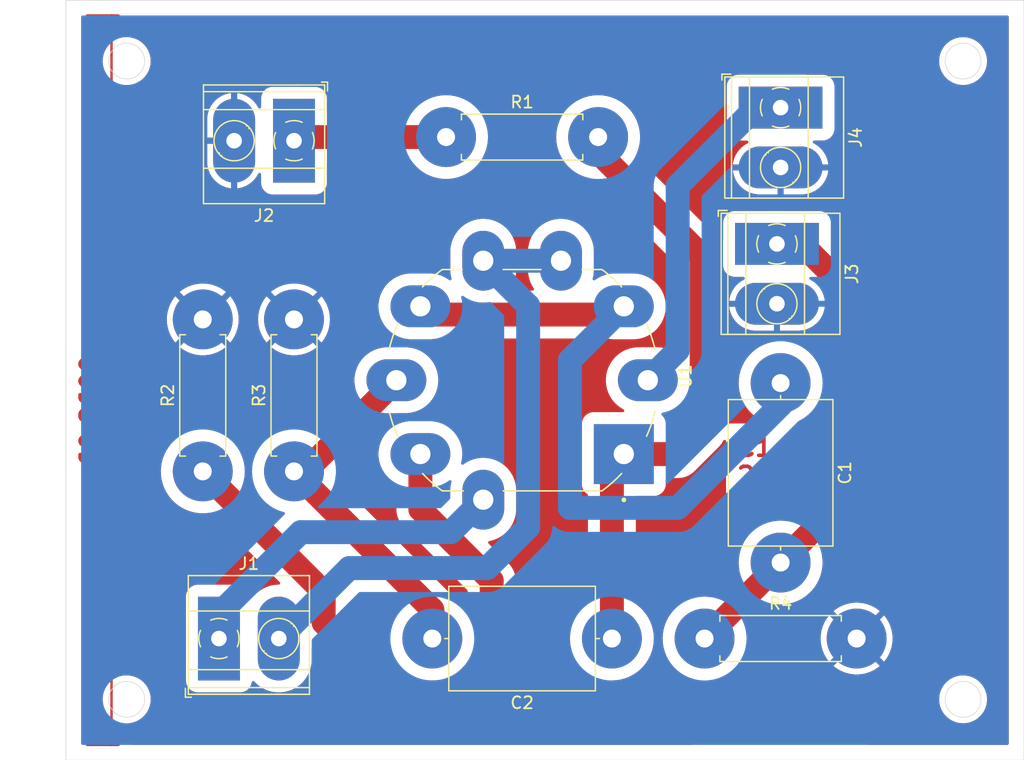
<source format=kicad_pcb>
(kicad_pcb (version 20240108) (generator "pcbnew") (generator_version "8.0")
  (layers (0 "F.Cu" signal) (31 "B.Cu" signal) (34 "B.Paste" user) (35 "F.Paste" user) (36 "B.SilkS" user "B.Silkscreen") (37 "F.SilkS" user "F.Silkscreen") (38 "B.Mask" user) (39 "F.Mask" user) (44 "Edge.Cuts" user))
  (net 0 "")
  (net 1 "Net-(J3-Pin_1)")
  (net 2 "Net-(U1A-A)")
  (net 3 "Net-(U1B-A)")
  (net 4 "Net-(U1A-G)")
  (net 5 "Net-(J1-Pin_1)")
  (net 6 "Net-(J1-Pin_2)")
  (net 7 "Net-(J2-Pin_1)")
  (net 8 "GND")
  (net 9 "Net-(J4-Pin_1)")
  (net 10 "Net-(U1A-K)")
  (footprint "OL Library:TerminalBlock_Phoenix_MKDS-1,5-2_1x02_P5.00mm_Horizontal Fat Pad" (layer "F.Cu") (at 101.68 104.14)
    (property "Reference" "J1" (at 2.5 -6.26 0) (layer "F.SilkS"))
    (property "Value" "Heater Supply")
    (fp_line (start -2.8 4.16) (end -2.8 4.9) (stroke (width 0.12)) (layer "F.SilkS"))
    (fp_line (start -2.8 4.9) (end -2.3 4.9) (stroke (width 0.12)) (layer "F.SilkS"))
    (fp_line (start -2.56 -5.261) (end -2.56 4.66) (stroke (width 0.12)) (layer "F.SilkS"))
    (fp_line (start -2.56 -5.261) (end 7.56 -5.261) (stroke (width 0.12)) (layer "F.SilkS"))
    (fp_line (start -2.56 -2.301) (end 7.56 -2.301) (stroke (width 0.12)) (layer "F.SilkS"))
    (fp_line (start -2.56 2.6) (end 7.56 2.6) (stroke (width 0.12)) (layer "F.SilkS"))
    (fp_line (start -2.56 4.1) (end 7.56 4.1) (stroke (width 0.12)) (layer "F.SilkS"))
    (fp_line (start -2.56 4.66) (end 7.56 4.66) (stroke (width 0.12)) (layer "F.SilkS"))
    (fp_line (start 3.773 1.023) (end 3.726 1.069) (stroke (width 0.12)) (layer "F.SilkS"))
    (fp_line (start 3.966 1.239) (end 3.931 1.274) (stroke (width 0.12)) (layer "F.SilkS"))
    (fp_line (start 6.07 -1.275) (end 6.035 -1.239) (stroke (width 0.12)) (layer "F.SilkS"))
    (fp_line (start 6.275 -1.069) (end 6.228 -1.023) (stroke (width 0.12)) (layer "F.SilkS"))
    (fp_line (start 7.56 -5.261) (end 7.56 4.66) (stroke (width 0.12)) (layer "F.SilkS"))
    (fp_arc (start -1.535427 0.683042) (mid -1.680501 -0.000524) (end -1.535 -0.684) (stroke (width 0.12)) (layer "F.SilkS"))
    (fp_arc (start -0.683042 -1.535427) (mid 0.000524 -1.680501) (end 0.684 -1.535) (stroke (width 0.12)) (layer "F.SilkS"))
    (fp_arc (start 0.028805 1.680253) (mid -0.335551 1.646659) (end -0.684 1.535) (stroke (width 0.12)) (layer "F.SilkS"))
    (fp_arc (start 0.683318 1.534756) (mid 0.349292 1.643288) (end 0 1.68) (stroke (width 0.12)) (layer "F.SilkS"))
    (fp_arc (start 1.535427 -0.683042) (mid 1.680501 0.000524) (end 1.535 0.684) (stroke (width 0.12)) (layer "F.SilkS"))
    (fp_circle (center 5 0) (end 6.68 0) (stroke (width 0.12)) (fill none) (layer "F.SilkS"))
    (pad "1" thru_hole rect (at 0 0) (size 3.5 7) (drill 1.3) (layers "*.Cu" "*.Mask") (net 5 "Net-(J1-Pin_1)"))
    (pad "2" thru_hole oval (at 5 0) (size 3.5 7) (drill 1.3) (layers "*.Cu" "*.Mask") (net 6 "Net-(J1-Pin_2)"))
  )
  (footprint "OL Library:TerminalBlock_Phoenix_MKDS-1,5-2_1x02_P5.00mm_Horizontal Fat Pad" (layer "F.Cu") (at 107.95 62.535 180)
    (property "Reference" "J2" (at 2.5 -6.26 0) (layer "F.SilkS"))
    (property "Value" "B+")
    (fp_line (start 7.56 -5.261) (end 7.56 4.66) (stroke (width 0.12)) (layer "F.SilkS"))
    (fp_line (start 6.275 -1.069) (end 6.228 -1.023) (stroke (width 0.12)) (layer "F.SilkS"))
    (fp_line (start 6.07 -1.275) (end 6.035 -1.239) (stroke (width 0.12)) (layer "F.SilkS"))
    (fp_line (start 3.966 1.239) (end 3.931 1.274) (stroke (width 0.12)) (layer "F.SilkS"))
    (fp_line (start 3.773 1.023) (end 3.726 1.069) (stroke (width 0.12)) (layer "F.SilkS"))
    (fp_line (start -2.56 4.66) (end 7.56 4.66) (stroke (width 0.12)) (layer "F.SilkS"))
    (fp_line (start -2.56 4.1) (end 7.56 4.1) (stroke (width 0.12)) (layer "F.SilkS"))
    (fp_line (start -2.56 2.6) (end 7.56 2.6) (stroke (width 0.12)) (layer "F.SilkS"))
    (fp_line (start -2.56 -2.301) (end 7.56 -2.301) (stroke (width 0.12)) (layer "F.SilkS"))
    (fp_line (start -2.56 -5.261) (end 7.56 -5.261) (stroke (width 0.12)) (layer "F.SilkS"))
    (fp_line (start -2.56 -5.261) (end -2.56 4.66) (stroke (width 0.12)) (layer "F.SilkS"))
    (fp_line (start -2.8 4.9) (end -2.3 4.9) (stroke (width 0.12)) (layer "F.SilkS"))
    (fp_line (start -2.8 4.16) (end -2.8 4.9) (stroke (width 0.12)) (layer "F.SilkS"))
    (fp_arc (start 1.535427 -0.683042) (mid 1.680501 0.000524) (end 1.535 0.684) (stroke (width 0.12)) (layer "F.SilkS"))
    (fp_arc (start 0.683318 1.534756) (mid 0.349292 1.643288) (end 0 1.68) (stroke (width 0.12)) (layer "F.SilkS"))
    (fp_arc (start 0.028805 1.680253) (mid -0.335551 1.646659) (end -0.684 1.535) (stroke (width 0.12)) (layer "F.SilkS"))
    (fp_arc (start -0.683042 -1.535427) (mid 0.000524 -1.680501) (end 0.684 -1.535) (stroke (width 0.12)) (layer "F.SilkS"))
    (fp_arc (start -1.535427 0.683042) (mid -1.680501 -0.000524) (end -1.535 -0.684) (stroke (width 0.12)) (layer "F.SilkS"))
    (fp_circle (center 5 0) (end 6.68 0) (stroke (width 0.12)) (fill none) (layer "F.SilkS"))
    (pad "1" thru_hole rect (at 0 0 180) (size 3.5 7) (drill 1.3) (layers "*.Cu" "*.Mask") (net 7 "Net-(J2-Pin_1)"))
    (pad "2" thru_hole oval (at 5 0 180) (size 3.5 7) (drill 1.3) (layers "*.Cu" "*.Mask") (net 8 "GND"))
  )
  (footprint "OL Library:R_Axial_DIN0411_L9.9mm_D3.6mm_P12.70mm_Horizontal Fat Pad" (layer "F.Cu") (at 100.33 90.17 90)
    (property "Reference" "R2" (at 6.35 -2.92 90) (layer "F.SilkS"))
    (property "Value" "499R H")
    (fp_line (start 11.42 -1.92) (end 11.42 -1.44) (stroke (width 0.12)) (layer "F.SilkS"))
    (fp_line (start 1.28 -1.92) (end 11.42 -1.92) (stroke (width 0.12)) (layer "F.SilkS"))
    (fp_line (start 1.28 -1.44) (end 1.28 -1.92) (stroke (width 0.12)) (layer "F.SilkS"))
    (fp_line (start 1.28 1.44) (end 1.28 1.92) (stroke (width 0.12)) (layer "F.SilkS"))
    (fp_line (start 11.42 1.92) (end 11.42 1.44) (stroke (width 0.12)) (layer "F.SilkS"))
    (fp_line (start 1.28 1.92) (end 11.42 1.92) (stroke (width 0.12)) (layer "F.SilkS"))
    (pad "1" thru_hole circle (at 0 0 90) (size 5 5) (drill 1.5) (layers "*.Cu" "*.Mask") (net 10 "Net-(U1A-K)"))
    (pad "2" thru_hole circle (at 12.7 0 90) (size 5 5) (drill 1.5) (layers "*.Cu" "*.Mask") (net 8 "GND"))
  )
  (footprint "OL Library:BELTON_VT9-PT Fat Pad" (layer "F.Cu") (at 127 82.55 -90)
    (property "Reference" "U1" (at -0.325 -13.635 90) (layer "F.SilkS"))
    (property "Value" "ECC83")
    (fp_line (start -9.25 6.665) (end -9.25 5) (stroke (width 0.127)) (layer "F.SilkS"))
    (fp_line (start 9.25 6.665) (end 9.25 4.9146) (stroke (width 0.127)) (layer "F.SilkS"))
    (fp_line (start 9.25 1.5746) (end 9.25 -6.665) (stroke (width 0.127)) (layer "F.SilkS"))
    (fp_line (start -9.25 -1.58) (end -9.25 1.58) (stroke (width 0.127)) (layer "F.SilkS"))
    (fp_line (start -9.25 -6.665) (end -9.25 -5) (stroke (width 0.127)) (layer "F.SilkS"))
    (fp_arc (start -2.6 11.0967) (mid -3.655917 10.796812) (end -4.67823 10.3971) (stroke (width 0.127)) (layer "F.SilkS"))
    (fp_arc (start 4.67823 10.3971) (mid 3.655916 10.79681) (end 2.6 11.0967) (stroke (width 0.127)) (layer "F.SilkS"))
    (fp_arc (start -7.8 8.31) (mid -8.564507 7.522324) (end -9.25 6.665) (stroke (width 0.127)) (layer "F.SilkS"))
    (fp_arc (start 9.25 6.665) (mid 8.564507 7.522324) (end 7.8 8.31) (stroke (width 0.127)) (layer "F.SilkS"))
    (fp_arc (start -9.25 -6.665) (mid -8.564506 -7.522323) (end -7.8 -8.31) (stroke (width 0.127)) (layer "F.SilkS"))
    (fp_arc (start 7.8 -8.31) (mid 8.564508 -7.522324) (end 9.25 -6.665) (stroke (width 0.127)) (layer "F.SilkS"))
    (fp_arc (start -4.67823 -10.3971) (mid -3.655917 -10.796812) (end -2.6 -11.0967) (stroke (width 0.127)) (layer "F.SilkS"))
    (fp_arc (start 2.6 -11.0967) (mid 3.655918 -10.796815) (end 4.67823 -10.3971) (stroke (width 0.127)) (layer "F.SilkS"))
    (fp_circle (center 10 -8.5) (end 10.1 -8.5) (stroke (width 0.2)) (fill none) (layer "F.SilkS"))
    (pad "1" thru_hole rect (at 6.1717 -8.4946 270) (size 5 5) (drill 1.69) (layers "*.Cu" "*.Mask") (net 3 "Net-(U1B-A)"))
    (pad "2" thru_hole oval (at 0 -10.5 270) (size 3.5 5) (drill 1.69) (layers "*.Cu" "*.Mask") (net 9 "Net-(J4-Pin_1)"))
    (pad "3" thru_hole oval (at -6.1717 -8.4946 270) (size 3.5 5) (drill 1.69) (layers "*.Cu" "*.Mask") (net 2 "Net-(U1A-A)"))
    (pad "4" thru_hole oval (at -9.986 -3.2446 270) (size 5 3.5) (drill 1.69) (layers "*.Cu" "*.Mask") (net 6 "Net-(J1-Pin_2)"))
    (pad "5" thru_hole oval (at -9.986 3.2446 270) (size 5 3.5) (drill 1.69) (layers "*.Cu" "*.Mask") (net 6 "Net-(J1-Pin_2)"))
    (pad "6" thru_hole oval (at -6.1717 8.4946 270) (size 3.5 5) (drill 1.69) (layers "*.Cu" "*.Mask") (net 2 "Net-(U1A-A)"))
    (pad "7" thru_hole oval (at 0 10.5 270) (size 3.5 5) (drill 1.69) (layers "*.Cu" "*.Mask") (net 4 "Net-(U1A-G)"))
    (pad "8" thru_hole oval (at 6.1717 8.4946 270) (size 3.5 5) (drill 1.69) (layers "*.Cu" "*.Mask") (net 10 "Net-(U1A-K)"))
    (pad "9" thru_hole oval (at 9.986 3.2446 270) (size 5 3.5) (drill 1.69) (layers "*.Cu" "*.Mask") (net 5 "Net-(J1-Pin_1)"))
  )
  (footprint "OL Library:TerminalBlock_Phoenix_MKDS-1,5-2_1x02_P5.00mm_Horizontal Fat Pad" (layer "F.Cu") (at 148.59 59.77 -90)
    (property "Reference" "J4" (at 2.5 -6.26 90) (layer "F.SilkS"))
    (property "Value" "VIN")
    (fp_line (start -2.8 4.9) (end -2.3 4.9) (stroke (width 0.12)) (layer "F.SilkS"))
    (fp_line (start -2.56 4.66) (end 7.56 4.66) (stroke (width 0.12)) (layer "F.SilkS"))
    (fp_line (start -2.8 4.16) (end -2.8 4.9) (stroke (width 0.12)) (layer "F.SilkS"))
    (fp_line (start -2.56 4.1) (end 7.56 4.1) (stroke (width 0.12)) (layer "F.SilkS"))
    (fp_line (start -2.56 2.6) (end 7.56 2.6) (stroke (width 0.12)) (layer "F.SilkS"))
    (fp_line (start 3.966 1.239) (end 3.931 1.274) (stroke (width 0.12)) (layer "F.SilkS"))
    (fp_line (start 3.773 1.023) (end 3.726 1.069) (stroke (width 0.12)) (layer "F.SilkS"))
    (fp_line (start 6.275 -1.069) (end 6.228 -1.023) (stroke (width 0.12)) (layer "F.SilkS"))
    (fp_line (start 6.07 -1.275) (end 6.035 -1.239) (stroke (width 0.12)) (layer "F.SilkS"))
    (fp_line (start -2.56 -2.301) (end 7.56 -2.301) (stroke (width 0.12)) (layer "F.SilkS"))
    (fp_line (start -2.56 -5.261) (end -2.56 4.66) (stroke (width 0.12)) (layer "F.SilkS"))
    (fp_line (start -2.56 -5.261) (end 7.56 -5.261) (stroke (width 0.12)) (layer "F.SilkS"))
    (fp_line (start 7.56 -5.261) (end 7.56 4.66) (stroke (width 0.12)) (layer "F.SilkS"))
    (fp_arc (start 0.028805 1.680253) (mid -0.335551 1.646659) (end -0.684 1.535) (stroke (width 0.12)) (layer "F.SilkS"))
    (fp_arc (start 0.683318 1.534756) (mid 0.349292 1.643288) (end 0 1.68) (stroke (width 0.12)) (layer "F.SilkS"))
    (fp_arc (start -1.535427 0.683042) (mid -1.680501 -0.000524) (end -1.535 -0.684) (stroke (width 0.12)) (layer "F.SilkS"))
    (fp_arc (start 1.535427 -0.683042) (mid 1.680501 0.000524) (end 1.535 0.684) (stroke (width 0.12)) (layer "F.SilkS"))
    (fp_arc (start -0.683042 -1.535427) (mid 0.000524 -1.680501) (end 0.684 -1.535) (stroke (width 0.12)) (layer "F.SilkS"))
    (fp_circle (center 5 0) (end 6.68 0) (stroke (width 0.12)) (fill none) (layer "F.SilkS"))
    (pad "1" thru_hole rect (at 0 0 270) (size 3.5 7) (drill 1.3) (layers "*.Cu" "*.Mask") (net 9 "Net-(J4-Pin_1)"))
    (pad "2" thru_hole oval (at 5 0 270) (size 3.5 7) (drill 1.3) (layers "*.Cu" "*.Mask") (net 8 "GND"))
  )
  (footprint "OL Library:TerminalBlock_Phoenix_MKDS-1,5-2_1x02_P5.00mm_Horizontal Fat Pad" (layer "F.Cu") (at 148.285 71.16 -90)
    (property "Reference" "J3" (at 2.5 -6.26 90) (layer "F.SilkS"))
    (property "Value" "VOUT")
    (fp_line (start -2.8 4.9) (end -2.3 4.9) (stroke (width 0.12)) (layer "F.SilkS"))
    (fp_line (start -2.56 4.66) (end 7.56 4.66) (stroke (width 0.12)) (layer "F.SilkS"))
    (fp_line (start -2.8 4.16) (end -2.8 4.9) (stroke (width 0.12)) (layer "F.SilkS"))
    (fp_line (start -2.56 4.1) (end 7.56 4.1) (stroke (width 0.12)) (layer "F.SilkS"))
    (fp_line (start -2.56 2.6) (end 7.56 2.6) (stroke (width 0.12)) (layer "F.SilkS"))
    (fp_line (start 3.966 1.239) (end 3.931 1.274) (stroke (width 0.12)) (layer "F.SilkS"))
    (fp_line (start 3.773 1.023) (end 3.726 1.069) (stroke (width 0.12)) (layer "F.SilkS"))
    (fp_line (start 6.275 -1.069) (end 6.228 -1.023) (stroke (width 0.12)) (layer "F.SilkS"))
    (fp_line (start 6.07 -1.275) (end 6.035 -1.239) (stroke (width 0.12)) (layer "F.SilkS"))
    (fp_line (start -2.56 -2.301) (end 7.56 -2.301) (stroke (width 0.12)) (layer "F.SilkS"))
    (fp_line (start -2.56 -5.261) (end -2.56 4.66) (stroke (width 0.12)) (layer "F.SilkS"))
    (fp_line (start -2.56 -5.261) (end 7.56 -5.261) (stroke (width 0.12)) (layer "F.SilkS"))
    (fp_line (start 7.56 -5.261) (end 7.56 4.66) (stroke (width 0.12)) (layer "F.SilkS"))
    (fp_arc (start 0.028805 1.680253) (mid -0.335551 1.646659) (end -0.684 1.535) (stroke (width 0.12)) (layer "F.SilkS"))
    (fp_arc (start 0.683318 1.534756) (mid 0.349292 1.643288) (end 0 1.68) (stroke (width 0.12)) (layer "F.SilkS"))
    (fp_arc (start -1.535427 0.683042) (mid -1.680501 -0.000524) (end -1.535 -0.684) (stroke (width 0.12)) (layer "F.SilkS"))
    (fp_arc (start 1.535427 -0.683042) (mid 1.680501 0.000524) (end 1.535 0.684) (stroke (width 0.12)) (layer "F.SilkS"))
    (fp_arc (start -0.683042 -1.535427) (mid 0.000524 -1.680501) (end 0.684 -1.535) (stroke (width 0.12)) (layer "F.SilkS"))
    (fp_circle (center 5 0) (end 6.68 0) (stroke (width 0.12)) (fill none) (layer "F.SilkS"))
    (pad "1" thru_hole rect (at 0 0 270) (size 3.5 7) (drill 1.3) (layers "*.Cu" "*.Mask") (net 1 "Net-(J3-Pin_1)"))
    (pad "2" thru_hole oval (at 5 0 270) (size 3.5 7) (drill 1.3) (layers "*.Cu" "*.Mask") (net 8 "GND"))
  )
  (footprint "OL Library:R_Axial_DIN0411_L9.9mm_D3.6mm_P12.70mm_Horizontal Fat Pad" (layer "F.Cu") (at 120.65 62.23)
    (property "Reference" "R1" (at 6.35 -2.92 0) (layer "F.SilkS"))
    (property "Value" "4.99K H")
    (fp_line (start 1.28 -1.92) (end 11.42 -1.92) (stroke (width 0.12)) (layer "F.SilkS"))
    (fp_line (start 1.28 -1.44) (end 1.28 -1.92) (stroke (width 0.12)) (layer "F.SilkS"))
    (fp_line (start 1.28 1.44) (end 1.28 1.92) (stroke (width 0.12)) (layer "F.SilkS"))
    (fp_line (start 1.28 1.92) (end 11.42 1.92) (stroke (width 0.12)) (layer "F.SilkS"))
    (fp_line (start 11.42 -1.92) (end 11.42 -1.44) (stroke (width 0.12)) (layer "F.SilkS"))
    (fp_line (start 11.42 1.92) (end 11.42 1.44) (stroke (width 0.12)) (layer "F.SilkS"))
    (pad "1" thru_hole circle (at 0 0) (size 5 5) (drill 1.5) (layers "*.Cu" "*.Mask") (net 7 "Net-(J2-Pin_1)"))
    (pad "2" thru_hole circle (at 12.7 0) (size 5 5) (drill 1.5) (layers "*.Cu" "*.Mask") (net 3 "Net-(U1B-A)"))
  )
  (footprint "OL Library:C_Axial_L12.0mm_D8.5mm_P15.00mm_Horizontal Fat Pad" (layer "F.Cu") (at 134.5 104.14 180)
    (property "Reference" "C2" (at 7.5 -5.37 0) (layer "F.SilkS"))
    (property "Value" "0.1uF 250V")
    (fp_line (start 13.96 0) (end 13.62 0) (stroke (width 0.12)) (layer "F.SilkS"))
    (fp_line (start 13.62 4.37) (end 13.62 -4.37) (stroke (width 0.12)) (layer "F.SilkS"))
    (fp_line (start 13.62 -4.37) (end 1.38 -4.37) (stroke (width 0.12)) (layer "F.SilkS"))
    (fp_line (start 1.38 4.37) (end 13.62 4.37) (stroke (width 0.12)) (layer "F.SilkS"))
    (fp_line (start 1.38 -4.37) (end 1.38 4.37) (stroke (width 0.12)) (layer "F.SilkS"))
    (fp_line (start 1.04 0) (end 1.38 0) (stroke (width 0.12)) (layer "F.SilkS"))
    (pad "1" thru_hole circle (at 0 0 180) (size 5 5) (drill 1.5) (layers "*.Cu" "*.Mask") (net 3 "Net-(U1B-A)"))
    (pad "2" thru_hole circle (at 15 0 180) (size 5 5) (drill 1.5) (layers "*.Cu" "*.Mask") (net 4 "Net-(U1A-G)"))
  )
  (footprint "OL Library:R_Axial_DIN0411_L9.9mm_D3.6mm_P12.70mm_Horizontal Fat Pad" (layer "F.Cu") (at 142.24 104.14)
    (property "Reference" "R4" (at 6.35 -2.92 0) (layer "F.SilkS"))
    (property "Value" "2.2M Q")
    (fp_line (start 1.28 -1.92) (end 11.42 -1.92) (stroke (width 0.12)) (layer "F.SilkS"))
    (fp_line (start 1.28 -1.44) (end 1.28 -1.92) (stroke (width 0.12)) (layer "F.SilkS"))
    (fp_line (start 1.28 1.44) (end 1.28 1.92) (stroke (width 0.12)) (layer "F.SilkS"))
    (fp_line (start 1.28 1.92) (end 11.42 1.92) (stroke (width 0.12)) (layer "F.SilkS"))
    (fp_line (start 11.42 -1.92) (end 11.42 -1.44) (stroke (width 0.12)) (layer "F.SilkS"))
    (fp_line (start 11.42 1.92) (end 11.42 1.44) (stroke (width 0.12)) (layer "F.SilkS"))
    (pad "1" thru_hole circle (at 0 0) (size 5 5) (drill 1.5) (layers "*.Cu" "*.Mask") (net 1 "Net-(J3-Pin_1)"))
    (pad "2" thru_hole circle (at 12.7 0) (size 5 5) (drill 1.5) (layers "*.Cu" "*.Mask") (net 8 "GND"))
  )
  (footprint "OL Library:R_Axial_DIN0411_L9.9mm_D3.6mm_P12.70mm_Horizontal Fat Pad" (layer "F.Cu") (at 107.95 90.17 90)
    (property "Reference" "R3" (at 6.35 -2.92 90) (layer "F.SilkS"))
    (property "Value" "2.2M Q")
    (fp_line (start 11.42 -1.92) (end 11.42 -1.44) (stroke (width 0.12)) (layer "F.SilkS"))
    (fp_line (start 1.28 -1.92) (end 11.42 -1.92) (stroke (width 0.12)) (layer "F.SilkS"))
    (fp_line (start 1.28 -1.44) (end 1.28 -1.92) (stroke (width 0.12)) (layer "F.SilkS"))
    (fp_line (start 1.28 1.44) (end 1.28 1.92) (stroke (width 0.12)) (layer "F.SilkS"))
    (fp_line (start 11.42 1.92) (end 11.42 1.44) (stroke (width 0.12)) (layer "F.SilkS"))
    (fp_line (start 1.28 1.92) (end 11.42 1.92) (stroke (width 0.12)) (layer "F.SilkS"))
    (pad "1" thru_hole circle (at 0 0 90) (size 5 5) (drill 1.5) (layers "*.Cu" "*.Mask") (net 4 "Net-(U1A-G)"))
    (pad "2" thru_hole circle (at 12.7 0 90) (size 5 5) (drill 1.5) (layers "*.Cu" "*.Mask") (net 8 "GND"))
  )
  (footprint "OL Library:C_Axial_L12.0mm_D8.5mm_P15.00mm_Horizontal Fat Pad" (layer "F.Cu") (at 148.59 82.79 -90)
    (property "Reference" "C1" (at 7.5 -5.37 90) (layer "F.SilkS"))
    (property "Value" "2.2uF 250V")
    (fp_line (start 1.38 4.37) (end 13.62 4.37) (stroke (width 0.12)) (layer "F.SilkS"))
    (fp_line (start 13.62 4.37) (end 13.62 -4.37) (stroke (width 0.12)) (layer "F.SilkS"))
    (fp_line (start 1.04 0) (end 1.38 0) (stroke (width 0.12)) (layer "F.SilkS"))
    (fp_line (start 13.96 0) (end 13.62 0) (stroke (width 0.12)) (layer "F.SilkS"))
    (fp_line (start 1.38 -4.37) (end 1.38 4.37) (stroke (width 0.12)) (layer "F.SilkS"))
    (fp_line (start 13.62 -4.37) (end 1.38 -4.37) (stroke (width 0.12)) (layer "F.SilkS"))
    (pad "1" thru_hole circle (at 0 0 270) (size 5 5) (drill 1.5) (layers "*.Cu" "*.Mask") (net 2 "Net-(U1A-A)"))
    (pad "2" thru_hole circle (at 15 0 270) (size 5 5) (drill 1.5) (layers "*.Cu" "*.Mask") (net 1 "Net-(J3-Pin_1)"))
  )
  (gr_line (start 168.91 114.3) (end 88.9 114.3) (stroke (width 0.05)) (layer "Edge.Cuts"))
  (gr_line (start 88.9 114.3) (end 88.9 50.8) (stroke (width 0.05)) (layer "Edge.Cuts"))
  (gr_circle (center 93.98 109.22) (end 95.48 109.22) (stroke (width 0.05)) (fill none) (layer "Edge.Cuts"))
  (gr_circle (center 93.98 55.88) (end 95.48 55.88) (stroke (width 0.05)) (fill none) (layer "Edge.Cuts"))
  (gr_line (start 168.91 50.8) (end 168.91 114.3) (stroke (width 0.05)) (layer "Edge.Cuts"))
  (gr_circle (center 163.83 55.88) (end 165.33 55.88) (stroke (width 0.05)) (fill none) (layer "Edge.Cuts"))
  (gr_circle (center 163.83 109.22) (end 165.33 109.22) (stroke (width 0.05)) (fill none) (layer "Edge.Cuts"))
  (gr_line (start 88.9 50.8) (end 168.91 50.8) (stroke (width 0.05)) (layer "Edge.Cuts"))
  (gr_text "VOUT" (at 153.67 71.12 0) (layer "F.Cu") (effects (font (size 1.5 1.5) (thickness 0.3) (bold yes)) (justify left bottom)))
  (gr_text "R4\n2.2M" (at 146.05 107.95 0) (layer "F.Cu") (effects (font (size 1.5 1.5) (thickness 0.3) (bold yes)) (justify left bottom)))
  (gr_text "R3\n2.2M" (at 104.14 86.36 0) (layer "F.Cu") (effects (font (size 1.5 1.5) (thickness 0.3) (bold yes)) (justify left bottom)))
  (gr_text "R2\n499R" (at 96.52 86.36 0) (layer "F.Cu") (effects (font (size 1.5 1.5) (thickness 0.3) (bold yes)) (justify left bottom)))
  (gr_text "B+" (at 104.14 57.15 0) (layer "F.Cu") (effects (font (size 1.5 1.5) (thickness 0.3) (bold yes)) (justify left bottom)))
  (gr_text "R1\n4.99K" (at 123.19 59.69 0) (layer "F.Cu") (effects (font (size 1.5 1.5) (thickness 0.3) (bold yes)) (justify left bottom)))
  (gr_text "tepeop preamp output \n2024-06-21" (at 165.1 99.06 90) (layer "F.Cu") (effects (font (size 1.5 1.5) (thickness 0.3) (bold yes)) (justify left bottom)))
  (gr_text "C1\n2.2uF" (at 144.78 91.44 0) (layer "F.Cu") (effects (font (size 1.5 1.5) (thickness 0.3) (bold yes)) (justify left bottom)))
  (gr_text "VIN" (at 146.05 55.88 0) (layer "F.Cu") (effects (font (size 1.5 1.5) (thickness 0.3) (bold yes)) (justify left bottom)))
  (gr_text "C2\n0.1uF" (at 127 110.49 0) (layer "F.Cu") (effects (font (size 1.5 1.5) (thickness 0.3) (bold yes)) (justify left bottom)))
  (gr_text "Heater" (at 100.33 111.76 0) (layer "F.Cu") (effects (font (size 1.5 1.5) (thickness 0.3) (bold yes)) (justify left bottom)))
  (dimension (type aligned) (layer "F.Cu") (pts (xy 90.17 52.07) (xy 90.17 113.03)) (height -2.54) (gr_text "60.9600 mm" (at 90.91 82.55 90) (layer "F.Cu") (effects (font (size 1.5 1.5) (thickness 0.3)))) (format (prefix "") (suffix "") (units 3) (units_format 1) (precision 4)) (style (thickness 0.2) (arrow_length 1.27) (text_position_mode 0) (extension_height 0.58642) (extension_offset 0.5) keep_text_aligned))
  (dimension (type aligned) (layer "F.Cu") (pts (xy 142.24 107.95) (xy 154.94 107.95)) (height 3.81) (gr_text "12.7000 mm" (at 148.59 110.49 0) (layer "F.Cu") (effects (font (size 1.5 1.5) (thickness 0.3)))) (format (prefix "") (suffix "") (units 3) (units_format 1) (precision 4)) (style (thickness 0.2) (arrow_length 1.27) (text_position_mode 2) (extension_height 0.58642) (extension_offset 0.5) keep_text_aligned))
  (segment (start 142.24 104.14) (end 148.59 97.79) (width 2) (layer "F.Cu") (net 1))
  (segment (start 153.785 74.606699) (end 150.338301 71.16) (width 2) (layer "F.Cu") (net 1))
  (segment (start 150.338301 71.16) (end 148.285 71.16) (width 2) (layer "F.Cu") (net 1))
  (segment (start 153.785 92.595) (end 153.785 74.606699) (width 2) (layer "F.Cu") (net 1))
  (segment (start 148.59 97.79) (end 153.785 92.595) (width 2) (layer "F.Cu") (net 1))
  (segment (start 135.4946 76.3783) (end 134.8089 77.064) (width 2) (layer "F.Cu") (net 2))
  (segment (start 119.1911 77.064) (end 118.5054 76.3783) (width 2) (layer "F.Cu") (net 2))
  (segment (start 134.8089 77.064) (end 119.1911 77.064) (width 2) (layer "F.Cu") (net 2))
  (segment (start 130.9946 80.8783) (end 135.4946 76.3783) (width 2) (layer "B.Cu") (net 2))
  (segment (start 130.9946 93.2217) (end 130.9946 80.8783) (width 2) (layer "B.Cu") (net 2))
  (segment (start 139.9946 93.2217) (end 130.9946 93.2217) (width 2) (layer "B.Cu") (net 2))
  (segment (start 148.59 82.79) (end 148.59 84.6263) (width 2) (layer "B.Cu") (net 2))
  (segment (start 148.59 84.6263) (end 139.9946 93.2217) (width 2) (layer "B.Cu") (net 2))
  (segment (start 142 72.15) (end 142 86.7163) (width 2) (layer "F.Cu") (net 3))
  (segment (start 133.35 63.5) (end 142 72.15) (width 2) (layer "F.Cu") (net 3))
  (segment (start 139.9946 88.7217) (end 135.4946 88.7217) (width 2) (layer "F.Cu") (net 3))
  (segment (start 134.5 89.7163) (end 135.4946 88.7217) (width 2) (layer "F.Cu") (net 3))
  (segment (start 142 86.7163) (end 139.9946 88.7217) (width 2) (layer "F.Cu") (net 3))
  (segment (start 134.5 104.14) (end 134.5 89.7163) (width 2) (layer "F.Cu") (net 3))
  (segment (start 133.35 62.23) (end 133.35 63.5) (width 2) (layer "F.Cu") (net 3))
  (segment (start 107.95 90.17) (end 108.88 90.17) (width 2) (layer "F.Cu") (net 4))
  (segment (start 119.5 104.14) (end 119.5 101.72) (width 2) (layer "F.Cu") (net 4))
  (segment (start 119.5 101.72) (end 107.95 90.17) (width 2) (layer "F.Cu") (net 4))
  (segment (start 108.88 90.17) (end 116.5 82.55) (width 2) (layer "F.Cu") (net 4))
  (segment (start 101.68 104.14) (end 101.68 102.086699) (width 2) (layer "B.Cu") (net 5))
  (segment (start 108.516699 95.25) (end 121.0414 95.25) (width 2) (layer "B.Cu") (net 5))
  (segment (start 101.68 102.086699) (end 108.516699 95.25) (width 2) (layer "B.Cu") (net 5))
  (segment (start 121.0414 95.25) (end 123.7554 92.536) (width 2) (layer "B.Cu") (net 5))
  (segment (start 127.5054 94.839301) (end 127.5054 76.314) (width 2) (layer "B.Cu") (net 6))
  (segment (start 123.7554 72.564) (end 130.2446 72.564) (width 2) (layer "B.Cu") (net 6))
  (segment (start 127.5054 76.314) (end 123.7554 72.564) (width 2) (layer "B.Cu") (net 6))
  (segment (start 112.57 98.25) (end 124.094701 98.25) (width 2) (layer "B.Cu") (net 6))
  (segment (start 106.68 104.14) (end 112.57 98.25) (width 2) (layer "B.Cu") (net 6))
  (segment (start 124.094701 98.25) (end 127.5054 94.839301) (width 2) (layer "B.Cu") (net 6))
  (segment (start 120.65 62.23) (end 108.255 62.23) (width 2) (layer "F.Cu") (net 7))
  (segment (start 108.255 62.23) (end 107.95 62.535) (width 2) (layer "F.Cu") (net 7))
  (segment (start 139.9946 66.312099) (end 139.9946 80.0554) (width 2) (layer "B.Cu") (net 9))
  (segment (start 139.9946 80.0554) (end 137.5 82.55) (width 2) (layer "B.Cu") (net 9))
  (segment (start 146.536699 59.77) (end 139.9946 66.312099) (width 2) (layer "B.Cu") (net 9))
  (segment (start 148.59 59.77) (end 146.536699 59.77) (width 2) (layer "B.Cu") (net 9))
  (segment (start 110.43 100.27) (end 110.43 102.81) (width 2) (layer "F.Cu") (net 10))
  (segment (start 116.26 108.64) (end 121.363962 108.64) (width 2) (layer "F.Cu") (net 10))
  (segment (start 110.43 102.81) (end 116.26 108.64) (width 2) (layer "F.Cu") (net 10))
  (segment (start 118.5054 93.339301) (end 118.5054 88.7217) (width 2) (layer "F.Cu") (net 10))
  (segment (start 100.33 90.17) (end 110.43 100.27) (width 2) (layer "F.Cu") (net 10))
  (segment (start 121.363962 108.64) (end 124.46 105.543962) (width 2) (layer "F.Cu") (net 10))
  (segment (start 124.46 105.543962) (end 124.46 99.293901) (width 2) (layer "F.Cu") (net 10))
  (segment (start 124.46 99.293901) (end 118.5054 93.339301) (width 2) (layer "F.Cu") (net 10))
  (zone (net 8) (net_name "GND") (layers "F&B.Cu") (connect_pads (clearance 0.5)) (min_thickness 0.25) (fill yes (thermal_gap 0.5) (thermal_bridge_width 0.5))
    (polygon (pts (xy 90.17 52.07) (xy 167.64 52.07) (xy 167.64 113.03) (xy 90.17 113.03)))
  )
)
</source>
